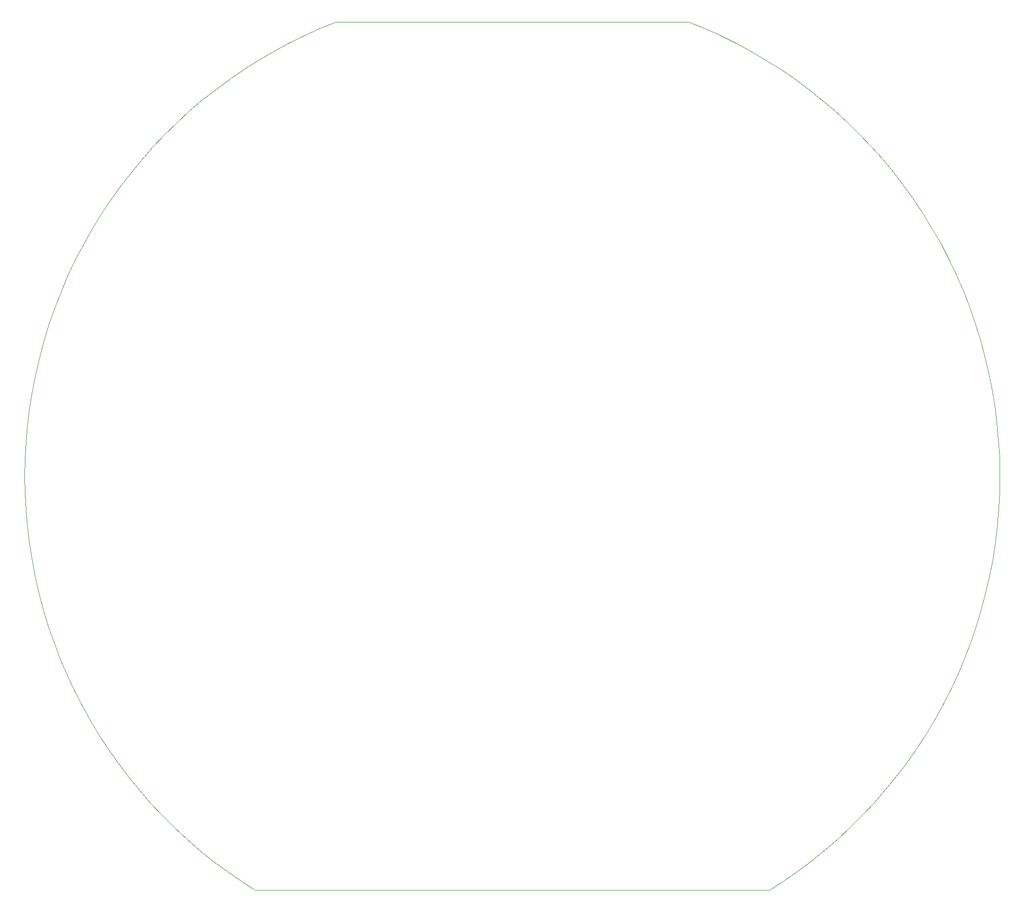
<source format=gbr>
G04 Layer_Color=16711935*
%FSLAX23Y23*%
%MOIN*%
%TF.FileFunction,Keep-out,Top*%
%TF.Part,Single*%
G01*
G75*
%TA.AperFunction,NonConductor*%
%ADD50C,0.002*%
D50*
X-1205Y3101D02*
X1205D01*
X1313Y3057D01*
X1420Y3009D01*
X1525Y2957D01*
X1628Y2901D01*
X1729Y2842D01*
X1828Y2780D01*
X1924Y2714D01*
X2019Y2644D01*
X2110Y2572D01*
X2199Y2496D01*
X2286Y2417D01*
X2369Y2335D01*
X2450Y2251D01*
X2528Y2163D01*
X2602Y2073D01*
X2673Y1980D01*
X2741Y1885D01*
X2806Y1787D01*
X2867Y1687D01*
X2925Y1586D01*
X2979Y1482D01*
X3029Y1376D01*
X3075Y1269D01*
X3118Y1160D01*
X3157Y1049D01*
X3192Y938D01*
X3223Y825D01*
X3250Y711D01*
X3273Y596D01*
X3292Y481D01*
X3307Y365D01*
X3317Y248D01*
X3324Y132D01*
X3327Y15D01*
X3325Y-102D02*
X3327Y15D01*
X3320Y-219D02*
X3325Y-102D01*
X3310Y-336D02*
X3320Y-219D01*
X3296Y-452D02*
X3310Y-336D01*
X3278Y-568D02*
X3296Y-452D01*
X3256Y-683D02*
X3278Y-568D01*
X3230Y-797D02*
X3256Y-683D01*
X3200Y-910D02*
X3230Y-797D01*
X3166Y-1022D02*
X3200Y-910D01*
X3128Y-1132D02*
X3166Y-1022D01*
X3086Y-1242D02*
X3128Y-1132D01*
X3041Y-1349D02*
X3086Y-1242D01*
X2991Y-1456D02*
X3041Y-1349D01*
X2938Y-1560D02*
X2991Y-1456D01*
X2882Y-1662D02*
X2938Y-1560D01*
X2822Y-1762D02*
X2882Y-1662D01*
X2758Y-1861D02*
X2822Y-1762D01*
X2691Y-1956D02*
X2758Y-1861D01*
X2620Y-2050D02*
X2691Y-1956D01*
X2547Y-2141D02*
X2620Y-2050D01*
X2470Y-2229D02*
X2547Y-2141D01*
X2390Y-2314D02*
X2470Y-2229D01*
X2307Y-2397D02*
X2390Y-2314D01*
X2221Y-2477D02*
X2307Y-2397D01*
X2133Y-2553D02*
X2221Y-2477D01*
X2042Y-2627D02*
X2133Y-2553D01*
X1948Y-2697D02*
X2042Y-2627D01*
X1852Y-2764D02*
X1948Y-2697D01*
X1754Y-2827D02*
X1852Y-2764D01*
X-1754Y-2827D02*
X1754D01*
X-1852Y-2764D02*
X-1754Y-2827D01*
X-1947Y-2697D02*
X-1852Y-2764D01*
X-2040Y-2628D02*
X-1947Y-2697D01*
X-2131Y-2555D02*
X-2040Y-2628D01*
X-2219Y-2478D02*
X-2131Y-2555D01*
X-2305Y-2399D02*
X-2219Y-2478D01*
X-2387Y-2317D02*
X-2305Y-2399D01*
X-2467Y-2232D02*
X-2387Y-2317D01*
X-2544Y-2144D02*
X-2467Y-2232D01*
X-2617Y-2054D02*
X-2544Y-2144D01*
X-2687Y-1961D02*
X-2617Y-2054D01*
X-2754Y-1866D02*
X-2687Y-1961D01*
X-2818Y-1768D02*
X-2754Y-1866D01*
X-2878Y-1668D02*
X-2818Y-1768D01*
X-2935Y-1566D02*
X-2878Y-1668D01*
X-2988Y-1463D02*
X-2935Y-1566D01*
X-3037Y-1357D02*
X-2988Y-1463D01*
X-3083Y-1250D02*
X-3037Y-1357D01*
X-3125Y-1141D02*
X-3083Y-1250D01*
X-3163Y-1031D02*
X-3125Y-1141D01*
X-3197Y-920D02*
X-3163Y-1031D01*
X-3227Y-807D02*
X-3197Y-920D01*
X-3254Y-694D02*
X-3227Y-807D01*
X-3276Y-580D02*
X-3254Y-694D01*
X-3294Y-464D02*
X-3276Y-580D01*
X-3308Y-349D02*
X-3294Y-464D01*
X-3319Y-233D02*
X-3308Y-349D01*
X-3325Y-116D02*
X-3319Y-233D01*
X-3327Y-0D02*
X-3325Y-116D01*
X-3327Y-0D02*
X-3325Y117D01*
X-3318Y235D01*
X-3308Y352D01*
X-3294Y468D01*
X-3275Y584D01*
X-3252Y699D01*
X-3226Y814D01*
X-3195Y927D01*
X-3160Y1039D01*
X-3122Y1150D01*
X-3079Y1260D01*
X-3033Y1367D01*
X-2983Y1474D01*
X-2929Y1578D01*
X-2871Y1680D01*
X-2810Y1781D01*
X-2746Y1879D01*
X-2677Y1974D01*
X-2606Y2068D01*
X-2532Y2158D01*
X-2454Y2246D01*
X-2373Y2332D01*
X-2289Y2414D01*
X-2203Y2493D01*
X-2113Y2569D01*
X-2021Y2642D01*
X-1927Y2712D01*
X-1830Y2778D01*
X-1731Y2841D01*
X-1629Y2901D01*
X-1526Y2956D01*
X-1421Y3008D01*
X-1314Y3056D01*
X-1205Y3101D01*
%TF.MD5,0e0e1854b029933bfda45c1b68788baf*%
M02*

</source>
